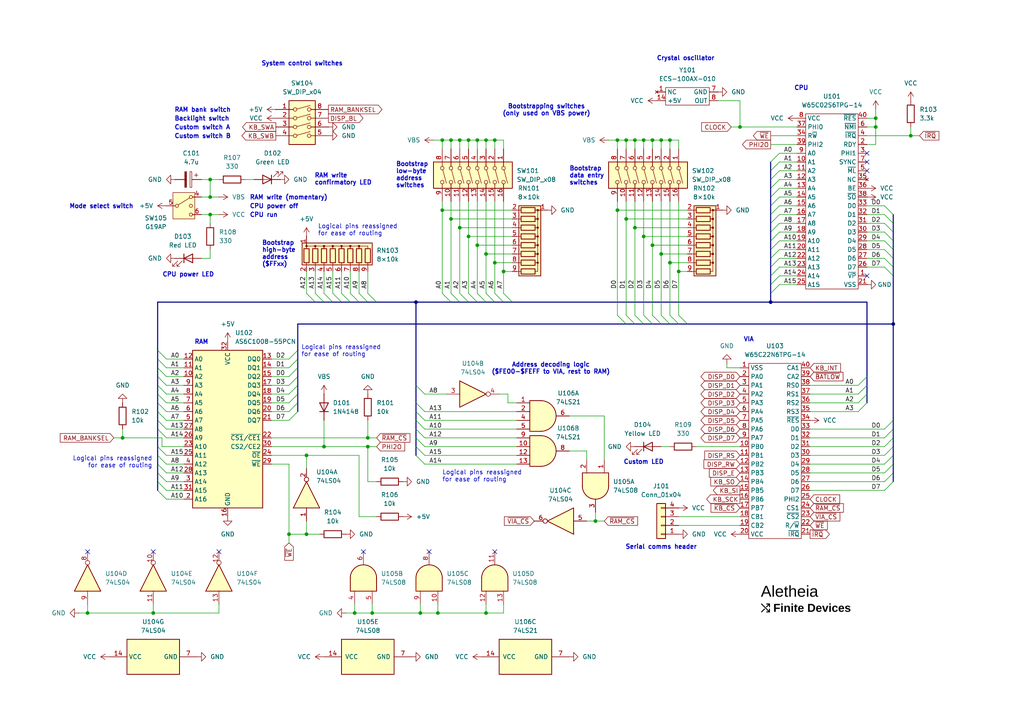
<source format=kicad_sch>
(kicad_sch (version 20250114) (generator "eeschema") (generator_version "9.0")
  (paper "A4")
  (title_block (title "Aletheia") (date "2026-01-15") (rev "1") (company "Finite Devices"))
  (text "Custom switch A" (at 50.546 37.084 0) (effects (font (size 1.27 1.27) (thickness 0.254) (bold yes)) (justify left)))
  (text "RAM" (at 58.42 99.314 0) (effects (font (size 1.27 1.27) (thickness 0.254) (bold yes))))
  (text "CPU" (at 232.41 25.654 0) (effects (font (size 1.27 1.27) (thickness 0.254) (bold yes))))
  (text "CPU run" (at 72.39 62.484 0) (effects (font (size 1.27 1.27) (thickness 0.254) (bold yes)) (justify left)))
  (text "Crystal oscillator" (at 198.882 17.018 0) (effects (font (size 1.27 1.27) (thickness 0.254) (bold yes))))
  (text "RAM write (momentary)" (at 72.39 57.404 0) (effects (font (size 1.27 1.27) (thickness 0.254) (bold yes)) (justify left)))
  (text "Bootstrap\nlow-byte\naddress\nswitches" (at 114.808 50.8 0) (effects (font (size 1.27 1.27) (thickness 0.254) (bold yes)) (justify left)))
  (text "CPU power off" (at 72.39 59.944 0) (effects (font (size 1.27 1.27) (thickness 0.254) (bold yes)) (justify left)))
  (text "Bootstrap\nhigh-byte\naddress\n($FFxx)" (at 75.946 73.66 0) (effects (font (size 1.27 1.27) (thickness 0.254) (bold yes)) (justify left)))
  (text "Bootstrap\ndata entry\nswitches" (at 165.1 51.054 0) (effects (font (size 1.27 1.27) (thickness 0.254) (bold yes)) (justify left)))
  (text "Serial comms header" (at 191.77 158.75 0) (effects (font (size 1.27 1.27) (thickness 0.254) (bold yes))))
  (text "CPU power LED" (at 54.61 79.756 0) (effects (font (size 1.27 1.27) (thickness 0.254) (bold yes))))
  (text "Address decoding logic\n($FE00-$FEFF to VIA, rest to RAM)" (at 159.766 106.934 0) (effects (font (size 1.27 1.27) (thickness 0.254) (bold yes))))
  (text "RAM write\nconfirmatory LED" (at 91.186 52.07 0) (effects (font (size 1.27 1.27) (thickness 0.254) (bold yes)) (justify left)))
  (text "Bootstrapping switches\n(only used on VBS power)" (at 158.496 32.004 0) (effects (font (size 1.27 1.27) (thickness 0.254) (bold yes))))
  (text "Logical pins reassigned\nfor ease of routing" (at 44.196 134.112 0) (effects (font (size 1.27 1.27) (thickness 0.1588)) (justify right)))
  (text "VIA" (at 217.17 98.552 0) (effects (font (size 1.27 1.27) (thickness 0.254) (bold yes))))
  (text "Logical pins reassigned\nfor ease of routing" (at 92.202 66.802 0) (effects (font (size 1.27 1.27) (thickness 0.1588)) (justify left)))
  (text "Mode select switch" (at 20.066 59.944 0) (effects (font (size 1.27 1.27) (thickness 0.254) (bold yes)) (justify left)))
  (text "Logical pins reassigned\nfor ease of routing" (at 128.27 138.176 0) (effects (font (size 1.27 1.27) (thickness 0.1588)) (justify left)))
  (text "Backlight switch" (at 50.546 34.544 0) (effects (font (size 1.27 1.27) (thickness 0.254) (bold yes)) (justify left)))
  (text "RAM bank switch" (at 50.546 32.004 0) (effects (font (size 1.27 1.27) (thickness 0.254) (bold yes)) (justify left)))
  (text "Custom LED" (at 186.69 134.112 0) (effects (font (size 1.27 1.27) (thickness 0.254) (bold yes))))
  (text "Logical pins reassigned\nfor ease of routing" (at 87.376 101.854 0) (effects (font (size 1.27 1.27) (thickness 0.1588)) (justify left)))
  (text "System control switches" (at 87.63 18.542 0) (effects (font (size 1.27 1.27) (thickness 0.254) (bold yes))))
  (text "Custom switch B" (at 50.546 39.624 0) (effects (font (size 1.27 1.27) (thickness 0.254) (bold yes)) (justify left)))
  (junction (at 194.31 76.2))
  (junction (at 83.82 154.94))
  (junction (at 133.35 40.64))
  (junction (at 44.45 177.8))
  (junction (at 107.95 177.8))
  (junction (at 128.27 40.64))
  (junction (at 146.05 78.74))
  (junction (at 184.15 40.64))
  (junction (at 102.87 177.8))
  (junction (at 25.4 177.8))
  (junction (at 35.56 127))
  (junction (at 189.23 71.12))
  (junction (at 186.69 68.58))
  (junction (at 121.92 177.8))
  (junction (at 184.15 66.04))
  (junction (at 194.31 40.64))
  (junction (at 127 177.8))
  (junction (at 143.51 40.64))
  (junction (at 143.51 76.2))
  (junction (at 106.68 129.54))
  (junction (at 191.77 40.64))
  (junction (at 120.65 87.63))
  (junction (at 130.81 40.64))
  (junction (at 214.63 36.83))
  (junction (at 186.69 40.64))
  (junction (at 264.16 39.37))
  (junction (at 138.43 71.12))
  (junction (at 130.81 63.5))
  (junction (at 196.85 78.74))
  (junction (at 106.68 127))
  (junction (at 133.35 66.04))
  (junction (at 254 34.29))
  (junction (at 172.72 151.13))
  (junction (at 140.97 40.64))
  (junction (at 223.52 87.63))
  (junction (at 135.89 40.64))
  (junction (at 181.61 40.64))
  (junction (at 128.27 60.96))
  (junction (at 60.96 52.07))
  (junction (at 181.61 63.5))
  (junction (at 135.89 68.58))
  (junction (at 179.07 60.96))
  (junction (at 140.97 177.8))
  (junction (at 93.98 129.54))
  (junction (at 88.9 132.08))
  (junction (at 179.07 40.64))
  (junction (at 191.77 73.66))
  (junction (at 254 36.83))
  (junction (at 60.96 62.23))
  (junction (at 140.97 73.66))
  (junction (at 259.08 93.98))
  (junction (at 60.96 57.15))
  (junction (at 88.9 154.94))
  (junction (at 138.43 40.64))
  (junction (at 189.23 40.64))
  (no_connect (at 25.4 160.02))
  (no_connect (at 251.46 49.53))
  (no_connect (at 251.46 80.01))
  (no_connect (at 143.51 160.02))
  (no_connect (at 124.46 160.02))
  (no_connect (at 44.45 160.02))
  (no_connect (at 251.46 46.99))
  (no_connect (at 251.46 44.45))
  (no_connect (at 63.5 160.02))
  (no_connect (at 105.41 160.02))
  (bus_entry (at 256.54 124.46) (size 2.54 -2.54))
  (bus_entry (at 256.54 77.47) (size 2.54 2.54))
  (bus_entry (at 135.89 85.09) (size 2.54 2.54))
  (bus_entry (at 48.26 124.46) (size -2.54 -2.54))
  (bus_entry (at 88.9 85.09) (size 2.54 2.54))
  (bus_entry (at 186.69 91.44) (size 2.54 2.54))
  (bus_entry (at 83.82 111.76) (size 2.54 -2.54))
  (bus_entry (at 104.14 85.09) (size 2.54 2.54))
  (bus_entry (at 123.19 119.38) (size -2.54 -2.54))
  (bus_entry (at 140.97 85.09) (size 2.54 2.54))
  (bus_entry (at 226.06 52.07) (size -2.54 2.54))
  (bus_entry (at 256.54 137.16) (size 2.54 -2.54))
  (bus_entry (at 133.35 85.09) (size 2.54 2.54))
  (bus_entry (at 123.19 114.3) (size -2.54 -2.54))
  (bus_entry (at 226.06 54.61) (size -2.54 2.54))
  (bus_entry (at 226.06 82.55) (size -2.54 2.54))
  (bus_entry (at 191.77 91.44) (size 2.54 2.54))
  (bus_entry (at 226.06 49.53) (size -2.54 2.54))
  (bus_entry (at 256.54 62.23) (size 2.54 2.54))
  (bus_entry (at 226.06 64.77) (size -2.54 2.54))
  (bus_entry (at 226.06 46.99) (size -2.54 2.54))
  (bus_entry (at 138.43 85.09) (size 2.54 2.54))
  (bus_entry (at 123.19 132.08) (size -2.54 -2.54))
  (bus_entry (at 83.82 121.92) (size 2.54 -2.54))
  (bus_entry (at 226.06 77.47) (size -2.54 2.54))
  (bus_entry (at 48.26 139.7) (size -2.54 -2.54))
  (bus_entry (at 256.54 74.93) (size 2.54 2.54))
  (bus_entry (at 226.06 80.01) (size -2.54 2.54))
  (bus_entry (at 196.85 91.44) (size 2.54 2.54))
  (bus_entry (at 48.26 144.78) (size -2.54 -2.54))
  (bus_entry (at 256.54 69.85) (size 2.54 2.54))
  (bus_entry (at 123.19 127) (size -2.54 -2.54))
  (bus_entry (at 48.26 121.92) (size -2.54 -2.54))
  (bus_entry (at 96.52 85.09) (size 2.54 2.54))
  (bus_entry (at 83.82 109.22) (size 2.54 -2.54))
  (bus_entry (at 256.54 139.7) (size 2.54 -2.54))
  (bus_entry (at 48.26 134.62) (size -2.54 -2.54))
  (bus_entry (at 130.81 85.09) (size 2.54 2.54))
  (bus_entry (at 184.15 91.44) (size 2.54 2.54))
  (bus_entry (at 48.26 109.22) (size -2.54 -2.54))
  (bus_entry (at 48.26 127) (size -2.54 -2.54))
  (bus_entry (at 256.54 132.08) (size 2.54 -2.54))
  (bus_entry (at 226.06 67.31) (size -2.54 2.54))
  (bus_entry (at 256.54 134.62) (size 2.54 -2.54))
  (bus_entry (at 48.26 106.68) (size -2.54 -2.54))
  (bus_entry (at 189.23 91.44) (size 2.54 2.54))
  (bus_entry (at 123.19 124.46) (size -2.54 -2.54))
  (bus_entry (at 248.92 114.3) (size 2.54 -2.54))
  (bus_entry (at 128.27 85.09) (size 2.54 2.54))
  (bus_entry (at 146.05 85.09) (size 2.54 2.54))
  (bus_entry (at 226.06 72.39) (size -2.54 2.54))
  (bus_entry (at 48.26 104.14) (size -2.54 -2.54))
  (bus_entry (at 48.26 137.16) (size -2.54 -2.54))
  (bus_entry (at 256.54 127) (size 2.54 -2.54))
  (bus_entry (at 256.54 59.69) (size 2.54 2.54))
  (bus_entry (at 106.68 85.09) (size 2.54 2.54))
  (bus_entry (at 181.61 91.44) (size 2.54 2.54))
  (bus_entry (at 226.06 74.93) (size -2.54 2.54))
  (bus_entry (at 83.82 119.38) (size 2.54 -2.54))
  (bus_entry (at 256.54 142.24) (size 2.54 -2.54))
  (bus_entry (at 194.31 91.44) (size 2.54 2.54))
  (bus_entry (at 256.54 129.54) (size 2.54 -2.54))
  (bus_entry (at 256.54 64.77) (size 2.54 2.54))
  (bus_entry (at 48.26 116.84) (size -2.54 -2.54))
  (bus_entry (at 93.98 85.09) (size 2.54 2.54))
  (bus_entry (at 91.44 85.09) (size 2.54 2.54))
  (bus_entry (at 123.19 121.92) (size -2.54 -2.54))
  (bus_entry (at 83.82 114.3) (size 2.54 -2.54))
  (bus_entry (at 48.26 142.24) (size -2.54 -2.54))
  (bus_entry (at 83.82 104.14) (size 2.54 -2.54))
  (bus_entry (at 248.92 116.84) (size 2.54 -2.54))
  (bus_entry (at 123.19 134.62) (size -2.54 -2.54))
  (bus_entry (at 226.06 44.45) (size -2.54 2.54))
  (bus_entry (at 83.82 116.84) (size 2.54 -2.54))
  (bus_entry (at 48.26 111.76) (size -2.54 -2.54))
  (bus_entry (at 48.26 132.08) (size -2.54 -2.54))
  (bus_entry (at 48.26 119.38) (size -2.54 -2.54))
  (bus_entry (at 226.06 59.69) (size -2.54 2.54))
  (bus_entry (at 256.54 67.31) (size 2.54 2.54))
  (bus_entry (at 143.51 85.09) (size 2.54 2.54))
  (bus_entry (at 48.26 114.3) (size -2.54 -2.54))
  (bus_entry (at 226.06 69.85) (size -2.54 2.54))
  (bus_entry (at 256.54 72.39) (size 2.54 2.54))
  (bus_entry (at 248.92 119.38) (size 2.54 -2.54))
  (bus_entry (at 226.06 57.15) (size -2.54 2.54))
  (bus_entry (at 179.07 91.44) (size 2.54 2.54))
  (bus_entry (at 123.19 129.54) (size -2.54 -2.54))
  (bus_entry (at 226.06 62.23) (size -2.54 2.54))
  (bus_entry (at 99.06 85.09) (size 2.54 2.54))
  (bus_entry (at 83.82 106.68) (size 2.54 -2.54))
  (bus_entry (at 248.92 111.76) (size 2.54 -2.54))
  (bus_entry (at 101.6 85.09) (size 2.54 2.54))
  (wire (pts (xy 128.27 40.64) (xy 130.81 40.64)))
  (bus (pts (xy 45.72 116.84) (xy 45.72 119.38)))
  (bus (pts (xy 86.36 104.14) (xy 86.36 106.68)))
  (wire (pts (xy 226.06 52.07) (xy 231.14 52.07)))
  (wire (pts (xy 63.5 177.8) (xy 63.5 175.26)))
  (wire (pts (xy 226.06 77.47) (xy 231.14 77.47)))
  (wire (pts (xy 189.23 40.64) (xy 186.69 40.64)))
  (wire (pts (xy 128.27 43.18) (xy 128.27 40.64)))
  (wire (pts (xy 189.23 58.42) (xy 189.23 71.12)))
  (bus (pts (xy 189.23 93.98) (xy 191.77 93.98)))
  (wire (pts (xy 175.26 120.65) (xy 175.26 133.35)))
  (wire (pts (xy 63.5 62.23) (xy 60.96 62.23)))
  (wire (pts (xy 133.35 40.64) (xy 135.89 40.64)))
  (wire (pts (xy 254 34.29) (xy 251.46 34.29)))
  (wire (pts (xy 78.74 127) (xy 106.68 127)))
  (bus (pts (xy 259.08 129.54) (xy 259.08 132.08)))
  (wire (pts (xy 172.72 151.13) (xy 170.18 151.13)))
  (wire (pts (xy 251.46 69.85) (xy 256.54 69.85)))
  (wire (pts (xy 48.26 144.78) (xy 53.34 144.78)))
  (wire (pts (xy 140.97 40.64) (xy 140.97 43.18)))
  (wire (pts (xy 48.26 116.84) (xy 53.34 116.84)))
  (wire (pts (xy 25.4 175.26) (xy 25.4 177.8)))
  (wire (pts (xy 71.12 52.07) (xy 73.66 52.07)))
  (wire (pts (xy 266.7 39.37) (xy 264.16 39.37)))
  (wire (pts (xy 48.26 137.16) (xy 53.34 137.16)))
  (bus (pts (xy 223.52 52.07) (xy 223.52 54.61)))
  (wire (pts (xy 146.05 78.74) (xy 148.59 78.74)))
  (wire (pts (xy 147.32 116.84) (xy 149.86 116.84)))
  (wire (pts (xy 109.22 139.7) (xy 106.68 139.7)))
  (wire (pts (xy 226.06 72.39) (xy 231.14 72.39)))
  (bus (pts (xy 223.52 54.61) (xy 223.52 57.15)))
  (wire (pts (xy 123.19 119.38) (xy 149.86 119.38)))
  (wire (pts (xy 123.19 129.54) (xy 149.86 129.54)))
  (wire (pts (xy 196.85 78.74) (xy 199.39 78.74)))
  (bus (pts (xy 45.72 114.3) (xy 45.72 116.84)))
  (wire (pts (xy 194.31 58.42) (xy 194.31 76.2)))
  (wire (pts (xy 146.05 40.64) (xy 146.05 43.18)))
  (wire (pts (xy 48.26 106.68) (xy 53.34 106.68)))
  (wire (pts (xy 181.61 40.64) (xy 179.07 40.64)))
  (wire (pts (xy 226.06 44.45) (xy 231.14 44.45)))
  (wire (pts (xy 186.69 58.42) (xy 186.69 68.58)))
  (wire (pts (xy 25.4 177.8) (xy 44.45 177.8)))
  (wire (pts (xy 99.06 85.09) (xy 99.06 78.74)))
  (bus (pts (xy 223.52 85.09) (xy 223.52 87.63)))
  (bus (pts (xy 259.08 134.62) (xy 259.08 137.16)))
  (wire (pts (xy 226.06 62.23) (xy 231.14 62.23)))
  (wire (pts (xy 78.74 129.54) (xy 93.98 129.54)))
  (wire (pts (xy 181.61 58.42) (xy 181.61 63.5)))
  (wire (pts (xy 226.06 64.77) (xy 231.14 64.77)))
  (wire (pts (xy 130.81 40.64) (xy 133.35 40.64)))
  (wire (pts (xy 78.74 132.08) (xy 88.9 132.08)))
  (wire (pts (xy 181.61 40.64) (xy 181.61 43.18)))
  (wire (pts (xy 138.43 40.64) (xy 140.97 40.64)))
  (wire (pts (xy 189.23 71.12) (xy 199.39 71.12)))
  (bus (pts (xy 101.6 87.63) (xy 104.14 87.63)))
  (wire (pts (xy 179.07 40.64) (xy 179.07 43.18)))
  (wire (pts (xy 123.19 121.92) (xy 149.86 121.92)))
  (wire (pts (xy 48.26 139.7) (xy 53.34 139.7)))
  (bus (pts (xy 45.72 121.92) (xy 45.72 124.46)))
  (bus (pts (xy 86.36 114.3) (xy 86.36 116.84)))
  (bus (pts (xy 223.52 62.23) (xy 223.52 64.77)))
  (wire (pts (xy 210.82 106.68) (xy 214.63 106.68)))
  (wire (pts (xy 196.85 40.64) (xy 194.31 40.64)))
  (wire (pts (xy 234.95 119.38) (xy 248.92 119.38)))
  (wire (pts (xy 48.26 114.3) (xy 53.34 114.3)))
  (wire (pts (xy 226.06 82.55) (xy 231.14 82.55)))
  (wire (pts (xy 196.85 149.86) (xy 214.63 149.86)))
  (wire (pts (xy 234.95 137.16) (xy 256.54 137.16)))
  (bus (pts (xy 45.72 109.22) (xy 45.72 111.76)))
  (wire (pts (xy 106.68 129.54) (xy 109.22 129.54)))
  (wire (pts (xy 201.93 129.54) (xy 214.63 129.54)))
  (wire (pts (xy 186.69 68.58) (xy 186.69 91.44)))
  (wire (pts (xy 251.46 62.23) (xy 256.54 62.23)))
  (bus (pts (xy 259.08 124.46) (xy 259.08 127)))
  (wire (pts (xy 104.14 149.86) (xy 109.22 149.86)))
  (wire (pts (xy 83.82 154.94) (xy 88.9 154.94)))
  (wire (pts (xy 133.35 66.04) (xy 148.59 66.04)))
  (bus (pts (xy 181.61 93.98) (xy 184.15 93.98)))
  (wire (pts (xy 146.05 58.42) (xy 146.05 78.74)))
  (wire (pts (xy 48.26 142.24) (xy 53.34 142.24)))
  (bus (pts (xy 86.36 93.98) (xy 181.61 93.98)))
  (bus (pts (xy 223.52 77.47) (xy 223.52 80.01)))
  (bus (pts (xy 259.08 74.93) (xy 259.08 77.47)))
  (wire (pts (xy 140.97 73.66) (xy 148.59 73.66)))
  (bus (pts (xy 45.72 124.46) (xy 45.72 129.54)))
  (wire (pts (xy 135.89 40.64) (xy 138.43 40.64)))
  (wire (pts (xy 138.43 71.12) (xy 148.59 71.12)))
  (bus (pts (xy 143.51 87.63) (xy 146.05 87.63)))
  (bus (pts (xy 223.52 49.53) (xy 223.52 52.07)))
  (bus (pts (xy 45.72 137.16) (xy 45.72 139.7)))
  (wire (pts (xy 78.74 109.22) (xy 83.82 109.22)))
  (bus (pts (xy 259.08 127) (xy 259.08 129.54)))
  (bus (pts (xy 223.52 82.55) (xy 223.52 85.09)))
  (wire (pts (xy 48.26 121.92) (xy 53.34 121.92)))
  (wire (pts (xy 133.35 40.64) (xy 133.35 43.18)))
  (wire (pts (xy 184.15 40.64) (xy 181.61 40.64)))
  (wire (pts (xy 226.06 57.15) (xy 231.14 57.15)))
  (bus (pts (xy 120.65 124.46) (xy 120.65 127)))
  (bus (pts (xy 45.72 139.7) (xy 45.72 142.24)))
  (wire (pts (xy 264.16 36.83) (xy 264.16 39.37)))
  (wire (pts (xy 106.68 121.92) (xy 106.68 127)))
  (wire (pts (xy 88.9 132.08) (xy 104.14 132.08)))
  (wire (pts (xy 194.31 76.2) (xy 194.31 91.44)))
  (bus (pts (xy 259.08 77.47) (xy 259.08 80.01)))
  (bus (pts (xy 259.08 121.92) (xy 259.08 124.46)))
  (bus (pts (xy 86.36 106.68) (xy 86.36 109.22)))
  (wire (pts (xy 48.26 119.38) (xy 53.34 119.38)))
  (wire (pts (xy 234.95 111.76) (xy 248.92 111.76)))
  (wire (pts (xy 194.31 76.2) (xy 199.39 76.2)))
  (wire (pts (xy 123.19 114.3) (xy 129.54 114.3)))
  (wire (pts (xy 78.74 121.92) (xy 83.82 121.92)))
  (bus (pts (xy 86.36 109.22) (xy 86.36 111.76)))
  (wire (pts (xy 96.52 85.09) (xy 96.52 78.74)))
  (bus (pts (xy 259.08 67.31) (xy 259.08 69.85)))
  (wire (pts (xy 208.28 29.21) (xy 214.63 29.21)))
  (bus (pts (xy 223.52 80.01) (xy 223.52 82.55)))
  (wire (pts (xy 127 177.8) (xy 140.97 177.8)))
  (wire (pts (xy 196.85 58.42) (xy 196.85 78.74)))
  (wire (pts (xy 251.46 72.39) (xy 256.54 72.39)))
  (wire (pts (xy 88.9 85.09) (xy 88.9 78.74)))
  (wire (pts (xy 191.77 73.66) (xy 199.39 73.66)))
  (wire (pts (xy 135.89 68.58) (xy 135.89 85.09)))
  (wire (pts (xy 100.33 177.8) (xy 102.87 177.8)))
  (wire (pts (xy 191.77 73.66) (xy 191.77 91.44)))
  (bus (pts (xy 251.46 111.76) (xy 251.46 114.3)))
  (wire (pts (xy 251.46 67.31) (xy 256.54 67.31)))
  (wire (pts (xy 106.68 127) (xy 109.22 127)))
  (bus (pts (xy 120.65 111.76) (xy 120.65 116.84)))
  (bus (pts (xy 45.72 132.08) (xy 45.72 134.62)))
  (wire (pts (xy 48.26 111.76) (xy 53.34 111.76)))
  (wire (pts (xy 121.92 175.26) (xy 121.92 177.8)))
  (wire (pts (xy 226.06 80.01) (xy 231.14 80.01)))
  (wire (pts (xy 138.43 58.42) (xy 138.43 71.12)))
  (wire (pts (xy 140.97 177.8) (xy 146.05 177.8)))
  (wire (pts (xy 184.15 66.04) (xy 199.39 66.04)))
  (bus (pts (xy 86.36 93.98) (xy 86.36 101.6)))
  (bus (pts (xy 91.44 87.63) (xy 93.98 87.63)))
  (wire (pts (xy 226.06 49.53) (xy 231.14 49.53)))
  (bus (pts (xy 223.52 87.63) (xy 251.46 87.63)))
  (wire (pts (xy 144.78 114.3) (xy 147.32 114.3)))
  (bus (pts (xy 86.36 101.6) (xy 86.36 104.14)))
  (wire (pts (xy 123.19 132.08) (xy 149.86 132.08)))
  (wire (pts (xy 35.56 124.46) (xy 35.56 127)))
  (bus (pts (xy 138.43 87.63) (xy 140.97 87.63)))
  (wire (pts (xy 60.96 74.93) (xy 60.96 72.39)))
  (wire (pts (xy 194.31 40.64) (xy 194.31 43.18)))
  (wire (pts (xy 191.77 129.54) (xy 194.31 129.54)))
  (bus (pts (xy 223.52 69.85) (xy 223.52 72.39)))
  (wire (pts (xy 234.95 127) (xy 256.54 127)))
  (bus (pts (xy 96.52 87.63) (xy 99.06 87.63)))
  (wire (pts (xy 184.15 40.64) (xy 184.15 43.18)))
  (wire (pts (xy 251.46 64.77) (xy 256.54 64.77)))
  (bus (pts (xy 86.36 116.84) (xy 86.36 119.38)))
  (bus (pts (xy 135.89 87.63) (xy 138.43 87.63)))
  (wire (pts (xy 143.51 40.64) (xy 143.51 43.18)))
  (bus (pts (xy 259.08 64.77) (xy 259.08 67.31)))
  (wire (pts (xy 48.26 124.46) (xy 53.34 124.46)))
  (bus (pts (xy 45.72 87.63) (xy 45.72 101.6)))
  (bus (pts (xy 223.52 46.99) (xy 223.52 49.53)))
  (wire (pts (xy 181.61 63.5) (xy 199.39 63.5)))
  (wire (pts (xy 93.98 129.54) (xy 106.68 129.54)))
  (wire (pts (xy 91.44 85.09) (xy 91.44 78.74)))
  (wire (pts (xy 234.95 116.84) (xy 248.92 116.84)))
  (wire (pts (xy 165.1 130.81) (xy 170.18 130.81)))
  (wire (pts (xy 130.81 63.5) (xy 148.59 63.5)))
  (wire (pts (xy 181.61 63.5) (xy 181.61 91.44)))
  (wire (pts (xy 165.1 120.65) (xy 175.26 120.65)))
  (wire (pts (xy 83.82 157.48) (xy 83.82 154.94)))
  (wire (pts (xy 48.26 104.14) (xy 53.34 104.14)))
  (wire (pts (xy 223.52 41.91) (xy 231.14 41.91)))
  (wire (pts (xy 123.19 127) (xy 149.86 127)))
  (wire (pts (xy 44.45 177.8) (xy 63.5 177.8)))
  (bus (pts (xy 259.08 72.39) (xy 259.08 74.93)))
  (bus (pts (xy 120.65 87.63) (xy 120.65 111.76)))
  (wire (pts (xy 191.77 40.64) (xy 191.77 43.18)))
  (wire (pts (xy 128.27 58.42) (xy 128.27 60.96)))
  (wire (pts (xy 78.74 114.3) (xy 83.82 114.3)))
  (wire (pts (xy 226.06 54.61) (xy 231.14 54.61)))
  (wire (pts (xy 83.82 134.62) (xy 83.82 154.94)))
  (bus (pts (xy 251.46 87.63) (xy 251.46 109.22)))
  (wire (pts (xy 186.69 68.58) (xy 199.39 68.58)))
  (wire (pts (xy 104.14 85.09) (xy 104.14 78.74)))
  (wire (pts (xy 189.23 40.64) (xy 189.23 43.18)))
  (wire (pts (xy 191.77 40.64) (xy 189.23 40.64)))
  (bus (pts (xy 196.85 93.98) (xy 199.39 93.98)))
  (bus (pts (xy 140.97 87.63) (xy 143.51 87.63)))
  (wire (pts (xy 189.23 71.12) (xy 189.23 91.44)))
  (wire (pts (xy 102.87 177.8) (xy 107.95 177.8)))
  (wire (pts (xy 179.07 60.96) (xy 199.39 60.96)))
  (wire (pts (xy 138.43 71.12) (xy 138.43 85.09)))
  (wire (pts (xy 214.63 29.21) (xy 214.63 36.83)))
  (wire (pts (xy 143.51 58.42) (xy 143.51 76.2)))
  (bus (pts (xy 194.31 93.98) (xy 196.85 93.98)))
  (wire (pts (xy 83.82 134.62) (xy 78.74 134.62)))
  (wire (pts (xy 78.74 116.84) (xy 83.82 116.84)))
  (wire (pts (xy 128.27 60.96) (xy 128.27 85.09)))
  (wire (pts (xy 107.95 177.8) (xy 121.92 177.8)))
  (wire (pts (xy 60.96 57.15) (xy 58.42 57.15)))
  (wire (pts (xy 143.51 76.2) (xy 143.51 85.09)))
  (wire (pts (xy 194.31 40.64) (xy 191.77 40.64)))
  (wire (pts (xy 146.05 175.26) (xy 146.05 177.8)))
  (wire (pts (xy 223.52 39.37) (xy 231.14 39.37)))
  (wire (pts (xy 60.96 52.07) (xy 63.5 52.07)))
  (wire (pts (xy 210.82 106.68) (xy 210.82 105.41)))
  (wire (pts (xy 106.68 129.54) (xy 106.68 139.7)))
  (wire (pts (xy 125.73 40.64) (xy 128.27 40.64)))
  (wire (pts (xy 226.06 46.99) (xy 231.14 46.99)))
  (wire (pts (xy 143.51 76.2) (xy 148.59 76.2)))
  (wire (pts (xy 234.95 132.08) (xy 256.54 132.08)))
  (wire (pts (xy 191.77 58.42) (xy 191.77 73.66)))
  (bus (pts (xy 223.52 59.69) (xy 223.52 62.23)))
  (wire (pts (xy 46.99 129.54) (xy 53.34 129.54)))
  (bus (pts (xy 93.98 87.63) (xy 96.52 87.63)))
  (bus (pts (xy 259.08 137.16) (xy 259.08 139.7)))
  (wire (pts (xy 226.06 69.85) (xy 231.14 69.85)))
  (wire (pts (xy 107.95 175.26) (xy 107.95 177.8)))
  (wire (pts (xy 254 36.83) (xy 251.46 36.83)))
  (wire (pts (xy 170.18 130.81) (xy 170.18 133.35)))
  (wire (pts (xy 176.53 40.64) (xy 179.07 40.64)))
  (wire (pts (xy 214.63 36.83) (xy 231.14 36.83)))
  (wire (pts (xy 140.97 58.42) (xy 140.97 73.66)))
  (wire (pts (xy 48.26 127) (xy 53.34 127)))
  (bus (pts (xy 259.08 80.01) (xy 259.08 93.98)))
  (bus (pts (xy 106.68 87.63) (xy 109.22 87.63)))
  (wire (pts (xy 48.26 132.08) (xy 53.34 132.08)))
  (bus (pts (xy 223.52 67.31) (xy 223.52 69.85)))
  (bus (pts (xy 109.22 87.63) (xy 120.65 87.63)))
  (wire (pts (xy 196.85 152.4) (xy 214.63 152.4)))
  (wire (pts (xy 186.69 40.64) (xy 184.15 40.64)))
  (wire (pts (xy 78.74 111.76) (xy 83.82 111.76)))
  (wire (pts (xy 140.97 73.66) (xy 140.97 85.09)))
  (bus (pts (xy 251.46 109.22) (xy 251.46 111.76)))
  (bus (pts (xy 251.46 114.3) (xy 251.46 116.84)))
  (wire (pts (xy 88.9 154.94) (xy 92.71 154.94)))
  (wire (pts (xy 135.89 58.42) (xy 135.89 68.58)))
  (wire (pts (xy 196.85 43.18) (xy 196.85 40.64)))
  (bus (pts (xy 259.08 69.85) (xy 259.08 72.39)))
  (wire (pts (xy 251.46 59.69) (xy 256.54 59.69)))
  (wire (pts (xy 33.02 127) (xy 35.56 127)))
  (wire (pts (xy 234.95 129.54) (xy 256.54 129.54)))
  (bus (pts (xy 45.72 87.63) (xy 91.44 87.63)))
  (bus (pts (xy 148.59 87.63) (xy 223.52 87.63)))
  (wire (pts (xy 102.87 177.8) (xy 102.87 175.26)))
  (bus (pts (xy 120.65 119.38) (xy 120.65 121.92)))
  (wire (pts (xy 184.15 58.42) (xy 184.15 66.04)))
  (wire (pts (xy 143.51 40.64) (xy 146.05 40.64)))
  (wire (pts (xy 78.74 106.68) (xy 83.82 106.68)))
  (wire (pts (xy 146.05 78.74) (xy 146.05 85.09)))
  (wire (pts (xy 140.97 175.26) (xy 140.97 177.8)))
  (wire (pts (xy 226.06 59.69) (xy 231.14 59.69)))
  (wire (pts (xy 133.35 66.04) (xy 133.35 85.09)))
  (wire (pts (xy 140.97 40.64) (xy 143.51 40.64)))
  (bus (pts (xy 120.65 129.54) (xy 120.65 132.08)))
  (wire (pts (xy 22.86 177.8) (xy 25.4 177.8)))
  (bus (pts (xy 45.72 111.76) (xy 45.72 114.3)))
  (bus (pts (xy 45.72 106.68) (xy 45.72 109.22)))
  (wire (pts (xy 130.81 58.42) (xy 130.81 63.5)))
  (bus (pts (xy 259.08 62.23) (xy 259.08 64.77)))
  (wire (pts (xy 58.42 52.07) (xy 60.96 52.07)))
  (bus (pts (xy 45.72 119.38) (xy 45.72 121.92)))
  (wire (pts (xy 186.69 40.64) (xy 186.69 43.18)))
  (bus (pts (xy 259.08 132.08) (xy 259.08 134.62)))
  (wire (pts (xy 254 34.29) (xy 254 36.83)))
  (bus (pts (xy 45.72 101.6) (xy 45.72 104.14)))
  (wire (pts (xy 234.95 134.62) (xy 256.54 134.62)))
  (bus (pts (xy 45.72 104.14) (xy 45.72 106.68)))
  (bus (pts (xy 45.72 129.54) (xy 45.72 132.08)))
  (bus (pts (xy 120.65 116.84) (xy 120.65 119.38)))
  (bus (pts (xy 223.52 57.15) (xy 223.52 59.69)))
  (wire (pts (xy 48.26 134.62) (xy 53.34 134.62)))
  (wire (pts (xy 121.92 177.8) (xy 127 177.8)))
  (wire (pts (xy 254 36.83) (xy 254 41.91)))
  (wire (pts (xy 179.07 58.42) (xy 179.07 60.96)))
  (wire (pts (xy 179.07 60.96) (xy 179.07 91.44)))
  (wire (pts (xy 60.96 62.23) (xy 58.42 62.23)))
  (wire (pts (xy 123.19 124.46) (xy 149.86 124.46)))
  (wire (pts (xy 175.26 151.13) (xy 172.72 151.13)))
  (bus (pts (xy 191.77 93.98) (xy 194.31 93.98)))
  (bus (pts (xy 45.72 134.62) (xy 45.72 137.16)))
  (bus (pts (xy 259.08 93.98) (xy 259.08 121.92)))
  (wire (pts (xy 251.46 74.93) (xy 256.54 74.93)))
  (bus (pts (xy 223.52 64.77) (xy 223.52 67.31)))
  (wire (pts (xy 127 175.26) (xy 127 177.8)))
  (wire (pts (xy 58.42 74.93) (xy 60.96 74.93)))
  (wire (pts (xy 88.9 154.94) (xy 88.9 151.13)))
  (bus (pts (xy 199.39 93.98) (xy 259.08 93.98)))
  (wire (pts (xy 104.14 132.08) (xy 104.14 149.86)))
  (wire (pts (xy 135.89 68.58) (xy 148.59 68.58)))
  (wire (pts (xy 88.9 132.08) (xy 88.9 135.89)))
  (wire (pts (xy 46.99 127) (xy 46.99 129.54)))
  (wire (pts (xy 226.06 74.93) (xy 231.14 74.93)))
  (wire (pts (xy 101.6 85.09) (xy 101.6 78.74)))
  (bus (pts (xy 223.52 74.93) (xy 223.52 77.47)))
  (wire (pts (xy 93.98 85.09) (xy 93.98 78.74)))
  (wire (pts (xy 172.72 148.59) (xy 172.72 151.13)))
  (wire (pts (xy 234.95 124.46) (xy 256.54 124.46)))
  (bus (pts (xy 120.65 121.92) (xy 120.65 124.46)))
  (bus (pts (xy 104.14 87.63) (xy 106.68 87.63)))
  (wire (pts (xy 63.5 57.15) (xy 60.96 57.15)))
  (wire (pts (xy 128.27 60.96) (xy 148.59 60.96)))
  (wire (pts (xy 251.46 77.47) (xy 256.54 77.47)))
  (bus (pts (xy 146.05 87.63) (xy 148.59 87.63)))
  (wire (pts (xy 234.95 114.3) (xy 248.92 114.3)))
  (bus (pts (xy 186.69 93.98) (xy 189.23 93.98)))
  (bus (pts (xy 120.65 87.63) (xy 130.81 87.63)))
  (wire (pts (xy 212.09 36.83) (xy 214.63 36.83)))
  (bus (pts (xy 184.15 93.98) (xy 186.69 93.98)))
  (wire (pts (xy 60.96 52.07) (xy 60.96 57.15)))
  (wire (pts (xy 78.74 104.14) (xy 83.82 104.14)))
  (wire (pts (xy 35.56 127) (xy 46.99 127)))
  (wire (pts (xy 130.81 40.64) (xy 130.81 43.18)))
  (bus (pts (xy 120.65 127) (xy 120.65 129.54)))
  (wire (pts (xy 264.16 39.37) (xy 251.46 39.37)))
  (bus (pts (xy 130.81 87.63) (xy 133.35 87.63)))
  (wire (pts (xy 133.35 58.42) (xy 133.35 66.04)))
  (wire (pts (xy 48.26 109.22) (xy 53.34 109.22)))
  (bus (pts (xy 86.36 111.76) (xy 86.36 114.3)))
  (wire (pts (xy 93.98 121.92) (xy 93.98 129.54)))
  (bus (pts (xy 99.06 87.63) (xy 101.6 87.63)))
  (wire (pts (xy 60.96 62.23) (xy 60.96 64.77)))
  (wire (pts (xy 254 31.75) (xy 254 34.29)))
  (wire (pts (xy 135.89 40.64) (xy 135.89 43.18)))
  (wire (pts (xy 196.85 78.74) (xy 196.85 91.44)))
  (wire (pts (xy 123.19 134.62) (xy 149.86 134.62)))
  (wire (pts (xy 234.95 142.24) (xy 256.54 142.24)))
  (wire (pts (xy 234.95 139.7) (xy 256.54 139.7)))
  (wire (pts (xy 106.68 85.09) (xy 106.68 78.74)))
  (wire (pts (xy 78.74 119.38) (xy 83.82 119.38)))
  (wire (pts (xy 184.15 66.04) (xy 184.15 91.44)))
  (bus (pts (xy 223.52 72.39) (xy 223.52 74.93)))
  (bus (pts (xy 133.35 87.63) (xy 135.89 87.63)))
  (wire (pts (xy 251.46 41.91) (xy 254 41.91)))
  (wire (pts (xy 147.32 114.3) (xy 147.32 116.84)))
  (wire (pts (xy 226.06 67.31) (xy 231.14 67.31)))
  (wire (pts (xy 138.43 40.64) (xy 138.43 43.18)))
  (wire (pts (xy 44.45 175.26) (xy 44.45 177.8)))
  (wire (pts (xy 130.81 63.5) (xy 130.81 85.09)))
  (image (at 233.68 173.6598) (scale 1.18398))
  (label "A3" (at 247.65 119.38 180))
  (label "A2" (at 133.35 83.82 90))
  (label "A8" (at 227.33 64.77 0))
  (label "D7" (at 80.01 121.92 0))
  (label "A6" (at 227.33 59.69 0))
  (label "D4" (at 80.01 114.3 0))
  (label "D6" (at 252.73 74.93 0))
  (label "A14" (at 227.33 80.01 0))
  (label "D5" (at 252.73 72.39 0))
  (label "A2" (at 227.33 49.53 0))
  (label "A5" (at 140.97 83.82 90))
  (label "A11" (at 49.53 142.24 0))
  (label "D7" (at 196.85 83.82 90))
  (label "A14" (at 124.46 134.62 0))
  (label "D1" (at 181.61 83.82 90))
  (label "A1" (at 227.33 46.99 0))
  (label "A12" (at 49.53 137.16 0))
  (label "D0" (at 252.73 124.46 0))
  (label "D4" (at 252.73 134.62 0))
  (label "D0" (at 179.07 83.82 90))
  (label "A15" (at 96.52 83.82 90))
  (label "D3" (at 186.69 83.82 90))
  (label "D0" (at 80.01 109.22 0))
  (label "D3" (at 80.01 111.76 0))
  (label "D0" (at 252.73 59.69 0))
  (label "A10" (at 124.46 124.46 0))
  (label "A7" (at 146.05 83.82 90))
  (label "A0" (at 49.53 104.14 0))
  (label "A3" (at 49.53 111.76 0))
  (label "A14" (at 93.98 83.82 90))
  (label "A0" (at 227.33 44.45 0))
  (label "A9" (at 227.33 67.31 0))
  (label "A8" (at 106.68 83.82 90))
  (label "A8" (at 49.53 134.62 0))
  (label "A10" (at 101.6 83.82 90))
  (label "A0" (at 128.27 83.82 90))
  (label "D1" (at 252.73 127 0))
  (label "D4" (at 252.73 69.85 0))
  (label "A2" (at 247.65 116.84 180))
  (label "A6" (at 143.51 83.82 90))
  (label "A1" (at 49.53 106.68 0))
  (label "A7" (at 227.33 62.23 0))
  (label "A8" (at 124.46 114.3 0))
  (label "A13" (at 124.46 119.38 0))
  (label "D7" (at 252.73 77.47 0))
  (label "D5" (at 80.01 116.84 0))
  (label "A9" (at 124.46 129.54 0))
  (label "A10" (at 49.53 144.78 0))
  (label "A15" (at 124.46 132.08 0))
  (label "D3" (at 252.73 132.08 0))
  (label "A4" (at 227.33 54.61 0))
  (label "A1" (at 247.65 114.3 180))
  (label "A12" (at 88.9 83.82 90))
  (label "D1" (at 80.01 106.68 0))
  (label "A13" (at 49.53 124.46 0))
  (label "A4" (at 138.43 83.82 90))
  (label "A6" (at 49.53 119.38 0))
  (label "D1" (at 252.73 62.23 0))
  (label "A15" (at 227.33 82.55 0))
  (label "D2" (at 252.73 64.77 0))
  (label "D6" (at 80.01 119.38 0))
  (label "A11" (at 227.33 72.39 0))
  (label "D7" (at 252.73 142.24 0))
  (label "A0" (at 247.65 111.76 180))
  (label "A13" (at 91.44 83.82 90))
  (label "A3" (at 135.89 83.82 90))
  (label "D5" (at 252.73 137.16 0))
  (label "A2" (at 49.53 109.22 0))
  (label "A11" (at 99.06 83.82 90))
  (label "A14" (at 49.53 127 0))
  (label "A7" (at 49.53 121.92 0))
  (label "D2" (at 184.15 83.82 90))
  (label "A5" (at 49.53 116.84 0))
  (label "A10" (at 227.33 69.85 0))
  (label "A15" (at 49.53 132.08 0))
  (label "D2" (at 80.01 104.14 0))
  (label "A9" (at 49.53 139.7 0))
  (label "D3" (at 252.73 67.31 0))
  (label "A12" (at 124.46 127 0))
  (label "D6" (at 252.73 139.7 0))
  (label "D4" (at 189.23 83.82 90))
  (label "D6" (at 194.31 83.82 90))
  (label "A12" (at 227.33 74.93 0))
  (label "A5" (at 227.33 57.15 0))
  (label "D2" (at 252.73 129.54 0))
  (label "A3" (at 227.33 52.07 0))
  (label "D5" (at 191.77 83.82 90))
  (label "A13" (at 227.33 77.47 0))
  (label "A4" (at 49.53 114.3 0))
  (label "A9" (at 104.14 83.82 90))
  (label "A11" (at 124.46 121.92 0))
  (label "A1" (at 130.81 83.82 90))
  (global_label "~{VIA_CS}" (shape input) (at 234.95 149.86 0) (property "Intersheetrefs" "${INTERSHEET_REFS}" (effects (hide yes))))
  (global_label "~{IRQ}" (shape input) (at 266.7 39.37 0) (property "Intersheetrefs" "${INTERSHEET_REFS}" (effects (hide yes))))
  (global_label "DISP_D5" (shape tri_state) (at 214.63 121.92 180) (property "Intersheetrefs" "${INTERSHEET_REFS}" (effects (hide yes))))
  (global_label "~{RAM_CS}" (shape input) (at 175.26 151.13 0) (property "Intersheetrefs" "${INTERSHEET_REFS}" (effects (hide yes))))
  (global_label "CLOCK" (shape input) (at 234.95 144.78 0) (property "Intersheetrefs" "${INTERSHEET_REFS}" (effects (hide yes))))
  (global_label "RAM_BANKSEL" (shape input) (at 33.02 127 180) (property "Intersheetrefs" "${INTERSHEET_REFS}" (effects (hide yes))))
  (global_label "KB_SO" (shape input) (at 214.63 139.7 180) (property "Intersheetrefs" "${INTERSHEET_REFS}" (effects (hide yes))))
  (global_label "DISP_D3" (shape tri_state) (at 214.63 116.84 180) (property "Intersheetrefs" "${INTERSHEET_REFS}" (effects (hide yes))))
  (global_label "RAM_BANKSEL" (shape output) (at 95.25 31.75 0) (property "Intersheetrefs" "${INTERSHEET_REFS}" (effects (hide yes))))
  (global_label "~{BATLOW}" (shape input) (at 234.95 109.22 0) (effects (font (thickness 0.1588))) (property "Intersheetrefs" "${INTERSHEET_REFS}" (effects (hide yes))))
  (global_label "PHI2O" (shape input) (at 109.22 129.54 0) (property "Intersheetrefs" "${INTERSHEET_REFS}" (effects (hide yes))))
  (global_label "DISP_BL" (shape output) (at 95.25 34.29 0) (property "Intersheetrefs" "${INTERSHEET_REFS}" (effects (hide yes))))
  (global_label "~{RAM_CS}" (shape input) (at 234.95 147.32 0) (property "Intersheetrefs" "${INTERSHEET_REFS}" (effects (hide yes))))
  (global_label "DISP_D2" (shape tri_state) (at 214.63 114.3 180) (property "Intersheetrefs" "${INTERSHEET_REFS}" (effects (hide yes))))
  (global_label "~{IRQ}" (shape output) (at 234.95 154.94 0) (property "Intersheetrefs" "${INTERSHEET_REFS}" (effects (hide yes))))
  (global_label "~{WE}" (shape input) (at 234.95 152.4 0) (property "Intersheetrefs" "${INTERSHEET_REFS}" (effects (hide yes))))
  (global_label "KB_INT" (shape input) (at 234.95 106.68 0) (effects (font (thickness 0.1588))) (property "Intersheetrefs" "${INTERSHEET_REFS}" (effects (hide yes))))
  (global_label "KB_SWB" (shape output) (at 80.01 39.37 180) (property "Intersheetrefs" "${INTERSHEET_REFS}" (effects (hide yes))))
  (global_label "DISP_RW" (shape input) (at 214.63 134.62 180) (property "Intersheetrefs" "${INTERSHEET_REFS}" (effects (hide yes))))
  (global_label "DISP_E" (shape input) (at 214.63 137.16 180) (property "Intersheetrefs" "${INTERSHEET_REFS}" (effects (hide yes))))
  (global_label "~{VIA_CS}" (shape input) (at 154.94 151.13 180) (property "Intersheetrefs" "${INTERSHEET_REFS}" (effects (hide yes))))
  (global_label "PHI2O" (shape output) (at 223.52 41.91 180) (property "Intersheetrefs" "${INTERSHEET_REFS}" (effects (hide yes))))
  (global_label "DISP_D1" (shape tri_state) (at 214.63 111.76 180) (property "Intersheetrefs" "${INTERSHEET_REFS}" (effects (hide yes))))
  (global_label "DISP_D7" (shape tri_state) (at 214.63 127 180) (property "Intersheetrefs" "${INTERSHEET_REFS}" (effects (hide yes))))
  (global_label "~{KB_CS}" (shape input) (at 214.63 147.32 180) (property "Intersheetrefs" "${INTERSHEET_REFS}" (effects (hide yes))))
  (global_label "~{RAM_CS}" (shape input) (at 109.22 127 0) (property "Intersheetrefs" "${INTERSHEET_REFS}" (effects (hide yes))))
  (global_label "DISP_RS" (shape input) (at 214.63 132.08 180) (property "Intersheetrefs" "${INTERSHEET_REFS}" (effects (hide yes))))
  (global_label "KB_SCK" (shape output) (at 214.63 144.78 180) (property "Intersheetrefs" "${INTERSHEET_REFS}" (effects (hide yes))))
  (global_label "CLOCK" (shape input) (at 212.09 36.83 180) (property "Intersheetrefs" "${INTERSHEET_REFS}" (effects (hide yes))))
  (global_label "~{WE}" (shape input) (at 83.82 157.48 270) (property "Intersheetrefs" "${INTERSHEET_REFS}" (effects (hide yes))))
  (global_label "KB_SWA" (shape output) (at 80.01 36.83 180) (property "Intersheetrefs" "${INTERSHEET_REFS}" (effects (hide yes))))
  (global_label "DISP_D6" (shape tri_state) (at 214.63 124.46 180) (property "Intersheetrefs" "${INTERSHEET_REFS}" (effects (hide yes))))
  (global_label "KB_SI" (shape output) (at 214.63 142.24 180) (property "Intersheetrefs" "${INTERSHEET_REFS}" (effects (hide yes))))
  (global_label "DISP_D4" (shape tri_state) (at 214.63 119.38 180) (property "Intersheetrefs" "${INTERSHEET_REFS}" (effects (hide yes))))
  (global_label "DISP_D0" (shape tri_state) (at 214.63 109.22 180) (property "Intersheetrefs" "${INTERSHEET_REFS}" (effects (hide yes))))
  (global_label "~{WE}" (shape output) (at 223.52 39.37 180) (property "Intersheetrefs" "${INTERSHEET_REFS}" (effects (hide yes))))
  (symbol (lib_id "74xx:74LS21") (at 157.48 120.65 0) (unit 1)
    (property "Reference" "U106" (at 164.846 114.046 0))
    (property "Value" "74LS21" (at 164.846 116.586 0))
    (property "Footprint" "Package_DIP:DIP-14_W7.62mm" (effects (hide yes)))
    (property "Datasheet" "http://www.ti.com/lit/gpn/sn74LS21" (effects (hide yes)))
    (property "Description" "Dual 4-input AND" (effects (hide yes)))
  )
  (symbol (lib_id "Device:R") (at 96.52 154.94 90) (unit 1)
    (property "Reference" "R104" (at 96.52 148.59 90))
    (property "Value" "10k" (at 96.52 151.13 90))
    (property "Footprint" "Resistor_THT:R_Axial_DIN0207_L6.3mm_D2.5mm_P7.62mm_Horizontal" (effects (hide yes)))
    (property "Description" "Resistor" (effects (hide yes)))
  )
  (symbol (lib_id "Device:R") (at 67.31 52.07 90) (unit 1)
    (property "Reference" "R107" (at 67.31 45.72 90))
    (property "Value" "330" (at 67.31 48.26 90))
    (property "Footprint" "Resistor_THT:R_Axial_DIN0207_L6.3mm_D2.5mm_P7.62mm_Horizontal" (effects (hide yes)))
    (property "Description" "Resistor" (effects (hide yes)))
  )
  (symbol (lib_id "74xx:74LS08") (at 143.51 167.64 90) (unit 4)
    (property "Reference" "U105" (at 148.59 166.3782 90) (effects (justify right)))
    (property "Value" "74LS08" (at 148.59 168.9182 90) (effects (justify right)))
    (property "Footprint" "Package_DIP:DIP-14_W7.62mm" (effects (hide yes)))
    (property "Datasheet" "http://www.ti.com/lit/gpn/sn74LS08" (effects (hide yes)))
    (property "Description" "Quad And2" (effects (hide yes)))
  )
  (symbol (lib_id "power:VCC") (at 93.98 114.3 0) (unit 1)
    (property "Reference" "#PWR0110" (effects (hide yes)))
    (property "Value" "VBS" (at 93.98 109.22 0))
    (property "Description" "Power symbol creates a global label with name \"VCC\"" (effects (hide yes)))
  )
  (symbol (lib_id "power:VCC") (at 93.98 190.5 90) (unit 1)
    (property "Reference" "#PWR0118" (effects (hide yes)))
    (property "Value" "VCC" (at 90.17 190.4999 90) (effects (justify left)))
    (property "Description" "Power symbol creates a global label with name \"VCC\"" (effects (hide yes)))
  )
  (symbol (lib_id "Memory_RAM:AS6C1008-xxP") (at 66.04 124.46 0) (unit 1)
    (property "Reference" "U102" (at 68.1833 96.52 0) (effects (justify left)))
    (property "Value" "AS6C1008-55PCN" (at 68.1833 99.06 0) (effects (justify left)))
    (property "Footprint" "Package_DIP:DIP-32_W15.24mm" (effects (hide yes)))
    (property "Datasheet" "https://www.alliancememory.com/wp-content/uploads/pdf/AS6C1008_Mar_2023V1.2.pdf" (effects (hide yes)))
    (property "Description" "1-Mbit (128K X 8-bit) Low Power CMOS SRAM, single 2.7V ~ 5.5V power supply, 55ns, DIP-32" (effects (hide yes)))
  )
  (symbol (lib_id "Device:R_Network08") (at 204.47 71.12 270) (unit 1)
    (property "Reference" "RN102" (at 204.216 54.61 90))
    (property "Value" "8×10k" (at 204.216 57.15 90))
    (property "Footprint" "Resistor_THT:R_Array_SIP9" (effects (hide yes)))
    (property "Datasheet" "http://www.vishay.com/docs/31509/csc.pdf" (effects (hide yes)))
    (property "Description" "8 resistor network, star topology, bussed resistors, small symbol" (effects (hide yes)))
  )
  (symbol (lib_id "74xx:74LS04") (at 137.16 114.3 0) (unit 2)
    (property "Reference" "U104" (at 137.16 105.41 0))
    (property "Value" "74LS04" (at 137.16 107.95 0))
    (property "Footprint" "Package_DIP:DIP-14_W7.62mm" (effects (hide yes)))
    (property "Datasheet" "http://www.ti.com/lit/gpn/sn74LS04" (effects (hide yes)))
    (property "Description" "Hex Inverter" (effects (hide yes)))
  )
  (symbol (lib_id "power:GND") (at 35.56 116.84 180) (unit 1)
    (property "Reference" "#PWR0133" (effects (hide yes)))
    (property "Value" "GND" (at 35.56 111.76 0))
    (property "Description" "Power symbol creates a global label with name \"GND\" , ground" (effects (hide yes)))
  )
  (symbol (lib_id "power:GND") (at 210.82 105.41 180) (unit 1)
    (property "Reference" "#PWR0113" (effects (hide yes)))
    (property "Value" "GND" (at 210.82 100.33 0))
    (property "Description" "Power symbol creates a global label with name \"GND\" , ground" (effects (hide yes)))
  )
  (symbol (lib_id "power:VCC") (at 190.5 29.21 90) (unit 1)
    (property "Reference" "#PWR0136" (effects (hide yes)))
    (property "Value" "VCC" (at 186.69 29.2099 90) (effects (justify left)))
    (property "Description" "Power symbol creates a global label with name \"VCC\"" (effects (hide yes)))
  )
  (symbol (lib_id "74xx:74LS08") (at 172.72 140.97 270) (unit 1)
    (property "Reference" "U105" (at 177.8 139.6916 90) (effects (justify left)))
    (property "Value" "74LS08" (at 177.8 142.2316 90) (effects (justify left)))
    (property "Footprint" "Package_DIP:DIP-14_W7.62mm" (effects (hide yes)))
    (property "Datasheet" "http://www.ti.com/lit/gpn/sn74LS08" (effects (hide yes)))
    (property "Description" "Quad And2" (effects (hide yes)))
  )
  (symbol (lib_id "power:GND") (at 50.8 52.07 270) (unit 1)
    (property "Reference" "#PWR0130" (effects (hide yes)))
    (property "Value" "GND" (at 46.99 52.0699 90) (effects (justify right)))
    (property "Description" "Power symbol creates a global label with name \"GND\" , ground" (effects (hide yes)))
  )
  (symbol (lib_id "power:GND") (at 50.8 74.93 270) (unit 1)
    (property "Reference" "#PWR0141" (effects (hide yes)))
    (property "Value" "GND" (at 46.99 74.9299 90) (effects (justify right)))
    (property "Description" "Power symbol creates a global label with name \"GND\" , ground" (effects (hide yes)))
  )
  (symbol (lib_id "power:GND") (at 95.25 39.37 90) (mirror x) (unit 1)
    (property "Reference" "#PWR0139" (effects (hide yes)))
    (property "Value" "GND" (at 99.06 39.3699 90) (effects (justify right)))
    (property "Description" "Power symbol creates a global label with name \"GND\" , ground" (effects (hide yes)))
  )
  (symbol (lib_id "74xx:74LS21") (at 152.4 190.5 90) (unit 3)
    (property "Reference" "U106" (at 152.4 180.34 90))
    (property "Value" "74LS21" (at 152.4 182.88 90))
    (property "Footprint" "Package_DIP:DIP-14_W7.62mm" (effects (hide yes)))
    (property "Datasheet" "http://www.ti.com/lit/gpn/sn74LS21" (effects (hide yes)))
    (property "Description" "Dual 4-input AND" (effects (hide yes)))
  )
  (symbol (lib_id "power:+5V") (at 88.9 68.58 0) (unit 1)
    (property "Reference" "#PWR0105" (effects (hide yes)))
    (property "Value" "+5V" (at 88.9 63.5 0))
    (property "Description" "Power symbol creates a global label with name \"+5V\"" (effects (hide yes)))
  )
  (symbol (lib_id "power:VCC") (at 264.16 29.21 0) (unit 1)
    (property "Reference" "#PWR0109" (effects (hide yes)))
    (property "Value" "VCC" (at 264.16 24.13 0))
    (property "Description" "Power symbol creates a global label with name \"VCC\"" (effects (hide yes)))
  )
  (symbol (lib_id "74xx:74LS08") (at 106.68 190.5 90) (unit 5)
    (property "Reference" "U105" (at 106.68 180.34 90))
    (property "Value" "74LS08" (at 106.68 182.88 90))
    (property "Footprint" "Package_DIP:DIP-14_W7.62mm" (effects (hide yes)))
    (property "Datasheet" "http://www.ti.com/lit/gpn/sn74LS08" (effects (hide yes)))
    (property "Description" "Quad And2" (effects (hide yes)))
  )
  (symbol (lib_id "power:VCC") (at 63.5 62.23 270) (mirror x) (unit 1)
    (property "Reference" "#PWR0104" (effects (hide yes)))
    (property "Value" "VCC" (at 67.31 62.2301 90) (effects (justify left)))
    (property "Description" "Power symbol creates a global label with name \"VCC\"" (effects (hide yes)))
  )
  (symbol (lib_id "74xx:74LS04") (at 162.56 151.13 180) (unit 3)
    (property "Reference" "U104" (at 162.56 142.24 0))
    (property "Value" "74LS04" (at 162.56 144.78 0))
    (property "Footprint" "Package_DIP:DIP-14_W7.62mm" (effects (hide yes)))
    (property "Datasheet" "http://www.ti.com/lit/gpn/sn74LS04" (effects (hide yes)))
    (property "Description" "Hex Inverter" (effects (hide yes)))
  )
  (symbol (lib_id "power:VCC") (at 125.73 40.64 90) (unit 1)
    (property "Reference" "#PWR0125" (effects (hide yes)))
    (property "Value" "VBS" (at 121.92 40.6399 90) (effects (justify left)))
    (property "Description" "Power symbol creates a global label with name \"VCC\"" (effects (hide yes)))
  )
  (symbol (lib_id "Connector_Generic:Conn_01x04") (at 191.77 152.4 180) (unit 1)
    (property "Reference" "J101" (at 191.77 140.97 0))
    (property "Value" "Conn_01x04" (at 191.77 143.51 0))
    (property "Footprint" "Connector_PinHeader_2.54mm:PinHeader_1x04_P2.54mm_Vertical" (effects (hide yes)))
    (property "Description" "Generic connector, single row, 01x04, script generated (kicad-library-utils/schlib/autogen/connector/)" (effects (hide yes)))
  )
  (symbol (lib_id "power:+5V") (at 80.01 34.29 90) (unit 1)
    (property "Reference" "#PWR0137" (effects (hide yes)))
    (property "Value" "VCC" (at 76.2 34.2899 90) (effects (justify left)))
    (property "Description" "Power symbol creates a global label with name \"+5V\"" (effects (hide yes)))
  )
  (symbol (lib_id "74xx:74LS04") (at 44.45 190.5 90) (unit 7)
    (property "Reference" "U104" (at 44.45 180.34 90))
    (property "Value" "74LS04" (at 44.45 182.88 90))
    (property "Footprint" "Package_DIP:DIP-14_W7.62mm" (effects (hide yes)))
    (property "Datasheet" "http://www.ti.com/lit/gpn/sn74LS04" (effects (hide yes)))
    (property "Description" "Hex Inverter" (effects (hide yes)))
  )
  (symbol (lib_id "74xx:74LS08") (at 105.41 167.64 90) (unit 2)
    (property "Reference" "U105" (at 110.49 166.3782 90) (effects (justify right)))
    (property "Value" "74LS08" (at 110.49 168.9182 90) (effects (justify right)))
    (property "Footprint" "Package_DIP:DIP-14_W7.62mm" (effects (hide yes)))
    (property "Datasheet" "http://www.ti.com/lit/gpn/sn74LS08" (effects (hide yes)))
    (property "Description" "Quad And2" (effects (hide yes)))
  )
  (symbol (lib_id "74xx:74LS21") (at 157.48 130.81 0) (unit 2)
    (property "Reference" "U106" (at 164.846 124.206 0))
    (property "Value" "74LS21" (at 164.846 126.746 0))
    (property "Footprint" "Package_DIP:DIP-14_W7.62mm" (effects (hide yes)))
    (property "Datasheet" "http://www.ti.com/lit/gpn/sn74LS21" (effects (hide yes)))
    (property "Description" "Dual 4-input AND" (effects (hide yes)))
  )
  (symbol (lib_id "Device:C_Polarized") (at 54.61 52.07 270) (unit 1)
    (property "Reference" "C101" (at 55.499 44.45 90))
    (property "Value" "4.7u" (at 55.499 46.99 90))
    (property "Footprint" "Capacitor_THT:CP_Radial_D5.0mm_P2.00mm" (effects (hide yes)))
    (property "Description" "Polarized capacitor" (effects (hide yes)))
  )
  (symbol (lib_id "power:VCC") (at 31.75 190.5 90) (unit 1)
    (property "Reference" "#PWR0116" (effects (hide yes)))
    (property "Value" "VCC" (at 27.94 190.4999 90) (effects (justify left)))
    (property "Description" "Power symbol creates a global label with name \"VCC\"" (effects (hide yes)))
  )
  (symbol (lib_id "Device:LED") (at 77.47 52.07 180) (unit 1)
    (property "Reference" "D102" (at 79.0575 44.45 0))
    (property "Value" "Green LED" (at 79.0575 46.99 0))
    (property "Footprint" "LED_THT:LED_D5.0mm" (effects (hide yes)))
    (property "Description" "Light emitting diode" (effects (hide yes)))
    (property "Sim.Pins" "1=K 2=A" (effects (hide yes)))
  )
  (symbol (lib_id "Device:R") (at 113.03 139.7 90) (unit 1)
    (property "Reference" "R105" (at 113.03 133.35 90))
    (property "Value" "10k" (at 113.03 135.89 90))
    (property "Footprint" "Resistor_THT:R_Axial_DIN0207_L6.3mm_D2.5mm_P7.62mm_Horizontal" (effects (hide yes)))
    (property "Description" "Resistor" (effects (hide yes)))
  )
  (symbol (lib_id "Device:R") (at 113.03 149.86 90) (unit 1)
    (property "Reference" "R106" (at 113.03 143.51 90))
    (property "Value" "10k" (at 113.03 146.05 90))
    (property "Footprint" "Resistor_THT:R_Axial_DIN0207_L6.3mm_D2.5mm_P7.62mm_Horizontal" (effects (hide yes)))
    (property "Description" "Resistor" (effects (hide yes)))
  )
  (symbol (lib_id "power:VCC") (at 196.85 147.32 270) (unit 1)
    (property "Reference" "#PWR0144" (effects (hide yes)))
    (property "Value" "VCC" (at 200.66 147.3199 90) (effects (justify left)))
    (property "Description" "Power symbol creates a global label with name \"VCC\"" (effects (hide yes)))
  )
  (symbol (lib_id "power:VCC") (at 176.53 40.64 90) (unit 1)
    (property "Reference" "#PWR0126" (effects (hide yes)))
    (property "Value" "VBS" (at 172.72 40.6399 90) (effects (justify left)))
    (property "Description" "Power symbol creates a global label with name \"VCC\"" (effects (hide yes)))
  )
  (symbol (lib_id "Components:65C22") (at 224.79 129.54 0) (unit 1)
    (property "Reference" "U103" (at 224.79 100.33 0))
    (property "Value" "W65C22N6TPG-14" (at 224.79 102.87 0))
    (property "Footprint" "Package_DIP:DIP-40_W15.24mm" (effects (hide yes)))
  )
  (symbol (lib_id "Switch:SW_DIP_x08") (at 135.89 50.8 270) (unit 1)
    (property "Reference" "SW101" (at 149.86 49.5299 90) (effects (justify left)))
    (property "Value" "SW_DIP_x08" (at 149.86 52.0699 90) (effects (justify left)))
    (property "Footprint" "Button_Switch_THT:SW_DIP_SPSTx08_Slide_9.78x22.5mm_W7.62mm_P2.54mm" (effects (hide yes)))
    (property "Description" "8x DIP Switch, Single Pole Single Throw (SPST) switch, small symbol" (effects (hide yes)))
  )
  (symbol (lib_id "Diode:1N4148") (at 93.98 118.11 90) (unit 1)
    (property "Reference" "D101" (at 96.52 116.8399 90) (effects (justify right)))
    (property "Value" "1N4148" (at 96.52 119.3799 90) (effects (justify right)))
    (property "Footprint" "Diode_THT:D_DO-35_SOD27_P7.62mm_Horizontal" (effects (hide yes)))
    (property "Datasheet" "https://assets.nexperia.com/documents/data-sheet/1N4148_1N4448.pdf" (effects (hide yes)))
    (property "Description" "100V 0.15A standard switching diode, DO-35" (effects (hide yes)))
    (property "Sim.Device" "D" (effects (hide yes)))
    (property "Sim.Pins" "1=K 2=A" (effects (hide yes)))
  )
  (symbol (lib_id "power:GND") (at 100.33 177.8 270) (unit 1)
    (property "Reference" "#PWR0120" (effects (hide yes)))
    (property "Value" "GND" (at 96.52 177.7999 90) (effects (justify right)))
    (property "Description" "Power symbol creates a global label with name \"GND\" , ground" (effects (hide yes)))
  )
  (symbol (lib_id "74xx:74LS04") (at 25.4 167.64 90) (unit 4)
    (property "Reference" "U104" (at 30.48 166.3699 90) (effects (justify right)))
    (property "Value" "74LS04" (at 30.48 168.9099 90) (effects (justify right)))
    (property "Footprint" "Package_DIP:DIP-14_W7.62mm" (effects (hide yes)))
    (property "Datasheet" "http://www.ti.com/lit/gpn/sn74LS04" (effects (hide yes)))
    (property "Description" "Hex Inverter" (effects (hide yes)))
  )
  (symbol (lib_id "power:GND") (at 209.55 60.96 90) (unit 1)
    (property "Reference" "#PWR0128" (effects (hide yes)))
    (property "Value" "GND" (at 213.36 60.9599 90) (effects (justify right)))
    (property "Description" "Power symbol creates a global label with name \"GND\" , ground" (effects (hide yes)))
  )
  (symbol (lib_id "Device:R_Network08") (at 153.67 71.12 270) (unit 1)
    (property "Reference" "RN101" (at 153.416 54.61 90))
    (property "Value" "8×10k" (at 153.416 57.15 90))
    (property "Footprint" "Resistor_THT:R_Array_SIP9" (effects (hide yes)))
    (property "Datasheet" "http://www.vishay.com/docs/31509/csc.pdf" (effects (hide yes)))
    (property "Description" "8 resistor network, star topology, bussed resistors, small symbol" (effects (hide yes)))
  )
  (symbol (lib_id "Device:R") (at 106.68 118.11 0) (unit 1)
    (property "Reference" "R101" (at 109.22 116.8399 0) (effects (justify left)))
    (property "Value" "10k" (at 109.22 119.3799 0) (effects (justify left)))
    (property "Footprint" "Resistor_THT:R_Axial_DIN0207_L6.3mm_D2.5mm_P7.62mm_Horizontal" (effects (hide yes)))
    (property "Description" "Resistor" (effects (hide yes)))
  )
  (symbol (lib_id "Switch:SW_DIP_x04") (at 87.63 36.83 0) (unit 1)
    (property "Reference" "SW104" (at 87.63 24.13 0))
    (property "Value" "SW_DIP_x04" (at 87.63 26.67 0))
    (property "Footprint" "Button_Switch_THT:SW_DIP_SPSTx04_Slide_9.78x12.34mm_W7.62mm_P2.54mm" (effects (hide yes)))
    (property "Description" "4x DIP Switch, Single Pole Single Throw (SPST) switch, small symbol" (effects (hide yes)))
  )
  (symbol (lib_id "Switch:SW_DIP_x08") (at 186.69 50.8 270) (unit 1)
    (property "Reference" "SW102" (at 200.66 49.5299 90) (effects (justify left)))
    (property "Value" "SW_DIP_x08" (at 200.66 52.0699 90) (effects (justify left)))
    (property "Footprint" "Button_Switch_THT:SW_DIP_SPSTx08_Slide_9.78x22.5mm_W7.62mm_P2.54mm" (effects (hide yes)))
    (property "Description" "8x DIP Switch, Single Pole Single Throw (SPST) switch, small symbol" (effects (hide yes)))
  )
  (symbol (lib_id "74xx:74LS04") (at 88.9 143.51 90) (unit 1)
    (property "Reference" "U104" (at 91.694 136.906 90) (effects (justify right)))
    (property "Value" "74LS04" (at 91.694 139.446 90) (effects (justify right)))
    (property "Footprint" "Package_DIP:DIP-14_W7.62mm" (effects (hide yes)))
    (property "Datasheet" "http://www.ti.com/lit/gpn/sn74LS04" (effects (hide yes)))
    (property "Description" "Hex Inverter" (effects (hide yes)))
  )
  (symbol (lib_id "Device:R") (at 264.16 33.02 180) (unit 1)
    (property "Reference" "R103" (at 266.7 31.7499 0) (effects (justify right)))
    (property "Value" "3.3k" (at 266.7 34.2899 0) (effects (justify right)))
    (property "Footprint" "Resistor_THT:R_Axial_DIN0207_L6.3mm_D2.5mm_P7.62mm_Horizontal" (effects (hide yes)))
    (property "Description" "Resistor" (effects (hide yes)))
  )
  (symbol (lib_id "power:VCC") (at 251.46 57.15 270) (unit 1)
    (property "Reference" "#PWR0111" (effects (hide yes)))
    (property "Value" "VCC" (at 255.27 57.1499 90) (effects (justify left)))
    (property "Description" "Power symbol creates a global label with name \"VCC\"" (effects (hide yes)))
  )
  (symbol (lib_id "74xx:74LS04") (at 44.45 167.64 90) (unit 5)
    (property "Reference" "U104" (at 49.53 166.3699 90) (effects (justify right)))
    (property "Value" "74LS04" (at 49.53 168.9099 90) (effects (justify right)))
    (property "Footprint" "Package_DIP:DIP-14_W7.62mm" (effects (hide yes)))
    (property "Datasheet" "http://www.ti.com/lit/gpn/sn74LS04" (effects (hide yes)))
    (property "Description" "Hex Inverter" (effects (hide yes)))
  )
  (symbol (lib_id "power:GND") (at 184.15 129.54 270) (unit 1)
    (property "Reference" "#PWR0142" (effects (hide yes)))
    (property "Value" "GND" (at 180.34 129.5399 90) (effects (justify right)))
    (property "Description" "Power symbol creates a global label with name \"GND\" , ground" (effects (hide yes)))
  )
  (symbol (lib_id "Device:R_Network08") (at 99.06 73.66 0) (unit 1)
    (property "Reference" "RN103" (at 109.22 72.6439 0) (effects (justify left)))
    (property "Value" "8×10k" (at 109.22 75.1839 0) (effects (justify left)))
    (property "Footprint" "Resistor_THT:R_Array_SIP9" (effects (hide yes)))
    (property "Datasheet" "http://www.vishay.com/docs/31509/csc.pdf" (effects (hide yes)))
    (property "Description" "8 resistor network, star topology, bussed resistors, small symbol" (effects (hide yes)))
  )
  (symbol (lib_id "Device:R") (at 35.56 120.65 180) (unit 1)
    (property "Reference" "R102" (at 38.1 119.3799 0) (effects (justify right)))
    (property "Value" "10k" (at 38.1 121.9199 0) (effects (justify right)))
    (property "Footprint" "Resistor_THT:R_Axial_DIN0207_L6.3mm_D2.5mm_P7.62mm_Horizontal" (effects (hide yes)))
    (property "Description" "Resistor" (effects (hide yes)))
  )
  (symbol (lib_id "power:VCC") (at 63.5 57.15 270) (mirror x) (unit 1)
    (property "Reference" "#PWR0127" (effects (hide yes)))
    (property "Value" "VBS" (at 67.31 57.1501 90) (effects (justify left)))
    (property "Description" "Power symbol creates a global label with name \"VCC\"" (effects (hide yes)))
  )
  (symbol (lib_id "74xx:74LS08") (at 124.46 167.64 90) (unit 3)
    (property "Reference" "U105" (at 129.54 166.3782 90) (effects (justify right)))
    (property "Value" "74LS08" (at 129.54 168.9182 90) (effects (justify right)))
    (property "Footprint" "Package_DIP:DIP-14_W7.62mm" (effects (hide yes)))
    (property "Datasheet" "http://www.ti.com/lit/gpn/sn74LS08" (effects (hide yes)))
    (property "Description" "Quad And2" (effects (hide yes)))
  )
  (symbol (lib_id "power:GND") (at 116.84 139.7 90) (unit 1)
    (property "Reference" "#PWR0135" (effects (hide yes)))
    (property "Value" "GND" (at 120.65 139.6999 90) (effects (justify right)))
    (property "Description" "Power symbol creates a global label with name \"GND\" , ground" (effects (hide yes)))
  )
  (symbol (lib_id "power:VCC") (at 251.46 54.61 270) (unit 1)
    (property "Reference" "#PWR0132" (effects (hide yes)))
    (property "Value" "VCC" (at 255.27 54.6099 90) (effects (justify left)))
    (property "Description" "Power symbol creates a global label with name \"VCC\"" (effects (hide yes)))
  )
  (symbol (lib_id "power:GND") (at 100.33 154.94 90) (unit 1)
    (property "Reference" "#PWR0107" (effects (hide yes)))
    (property "Value" "GND" (at 104.14 154.9399 90) (effects (justify right)))
    (property "Description" "Power symbol creates a global label with name \"GND\" , ground" (effects (hide yes)))
  )
  (symbol (lib_id "Components:65C02") (at 241.3 58.42 0) (unit 1)
    (property "Reference" "U101" (at 241.3 27.94 0))
    (property "Value" "W65C02S6TPG-14" (at 241.3 30.48 0))
    (property "Footprint" "Package_DIP:DIP-40_W15.24mm_LongPads" (effects (hide yes)))
    (property "Description" "W65C02S6TPG-14 microcontroller unit" (effects (hide yes)))
  )
  (symbol (lib_id "power:GND") (at 106.68 114.3 180) (unit 1)
    (property "Reference" "#PWR0131" (effects (hide yes)))
    (property "Value" "GND" (at 106.68 109.22 0))
    (property "Description" "Power symbol creates a global label with name \"GND\" , ground" (effects (hide yes)))
  )
  (symbol (lib_id "power:GND") (at 22.86 177.8 270) (unit 1)
    (property "Reference" "#PWR0115" (effects (hide yes)))
    (property "Value" "GND" (at 19.05 177.7999 90) (effects (justify right)))
    (property "Description" "Power symbol creates a global label with name \"GND\" , ground" (effects (hide yes)))
  )
  (symbol (lib_id "power:VCC") (at 139.7 190.5 90) (unit 1)
    (property "Reference" "#PWR0121" (effects (hide yes)))
    (property "Value" "VCC" (at 135.89 190.4999 90) (effects (justify left)))
    (property "Description" "Power symbol creates a global label with name \"VCC\"" (effects (hide yes)))
  )
  (symbol (lib_id "power:GND") (at 196.85 154.94 90) (unit 1)
    (property "Reference" "#PWR0143" (effects (hide yes)))
    (property "Value" "GND" (at 200.66 154.9399 90) (effects (justify right)))
    (property "Description" "Power symbol creates a global label with name \"GND\" , ground" (effects (hide yes)))
  )
  (symbol (lib_id "power:GND") (at 95.25 36.83 90) (mirror x) (unit 1)
    (property "Reference" "#PWR0138" (effects (hide yes)))
    (property "Value" "GND" (at 99.06 36.8299 90) (effects (justify right)))
    (property "Description" "Power symbol creates a global label with name \"GND\" , ground" (effects (hide yes)))
  )
  (symbol (lib_id "power:+5V") (at 48.26 59.69 90) (unit 1)
    (property "Reference" "#PWR0103" (effects (hide yes)))
    (property "Value" "+5V" (at 44.45 59.6899 90) (effects (justify left)))
    (property "Description" "Power symbol creates a global label with name \"+5V\"" (effects (hide yes)))
  )
  (symbol (lib_id "74xx:74LS04") (at 63.5 167.64 90) (unit 6)
    (property "Reference" "U104" (at 68.58 166.3699 90) (effects (justify right)))
    (property "Value" "74LS04" (at 68.58 168.9099 90) (effects (justify right)))
    (property "Footprint" "Package_DIP:DIP-14_W7.62mm" (effects (hide yes)))
    (property "Datasheet" "http://www.ti.com/lit/gpn/sn74LS04" (effects (hide yes)))
    (property "Description" "Hex Inverter" (effects (hide yes)))
  )
  (symbol (lib_id "power:GND") (at 57.15 190.5 90) (unit 1)
    (property "Reference" "#PWR0117" (effects (hide yes)))
    (property "Value" "GND" (at 60.96 190.4999 90) (effects (justify right)))
    (property "Description" "Power symbol creates a global label with name \"GND\" , ground" (effects (hide yes)))
  )
  (symbol (lib_id "power:GND") (at 66.04 149.86 0) (unit 1)
    (property "Reference" "#PWR0106" (effects (hide yes)))
    (property "Value" "GND" (at 66.04 154.94 0))
    (property "Description" "Power symbol creates a global label with name \"GND\" , ground" (effects (hide yes)))
  )
  (symbol (lib_id "power:GND") (at 251.46 82.55 90) (unit 1)
    (property "Reference" "#PWR0102" (effects (hide yes)))
    (property "Value" "GND" (at 254.508 82.55 90) (effects (justify right)))
    (property "Description" "Power symbol creates a global label with name \"GND\" , ground" (effects (hide yes)))
  )
  (symbol (lib_id "power:+5V") (at 80.01 31.75 90) (unit 1)
    (property "Reference" "#PWR0124" (effects (hide yes)))
    (property "Value" "+5V" (at 76.2 31.7499 90) (effects (justify left)))
    (property "Description" "Power symbol creates a global label with name \"+5V\"" (effects (hide yes)))
  )
  (symbol (lib_id "Device:LED") (at 54.61 74.93 0) (unit 1)
    (property "Reference" "D103" (at 53.0225 68.58 0))
    (property "Value" "Red LED" (at 53.0225 71.12 0))
    (property "Footprint" "LED_THT:LED_D5.0mm" (effects (hide yes)))
    (property "Description" "Light emitting diode" (effects (hide yes)))
    (property "Sim.Pins" "1=K 2=A" (effects (hide yes)))
  )
  (symbol (lib_id "power:+5V") (at 66.04 99.06 0) (unit 1)
    (property "Reference" "#PWR0112" (effects (hide yes)))
    (property "Value" "+5V" (at 66.04 93.98 0))
    (property "Description" "Power symbol creates a global label with name \"+5V\"" (effects (hide yes)))
  )
  (symbol (lib_id "power:VCC") (at 214.63 154.94 90) (unit 1)
    (property "Reference" "#PWR0114" (effects (hide yes)))
    (property "Value" "VCC" (at 210.82 154.9399 90) (effects (justify left)))
    (property "Description" "Power symbol creates a global label with name \"VCC\"" (effects (hide yes)))
  )
  (symbol (lib_id "power:VCC") (at 254 31.75 0) (unit 1)
    (property "Reference" "#PWR0134" (effects (hide yes)))
    (property "Value" "VCC" (at 254 26.67 0))
    (property "Description" "Power symbol creates a global label with name \"VCC\"" (effects (hide yes)))
  )
  (symbol (lib_id "Switch:SW_SPDT_MSM") (at 53.34 59.69 0) (unit 1)
    (property "Reference" "SW105" (at 45.212 63.246 0))
    (property "Value" "G19AP" (at 45.212 65.786 0))
    (property "Footprint" "Components:G19AP" (effects (hide yes)))
    (property "Description" "Switch, single pole double throw, center OFF position" (effects (hide yes)))
  )
  (symbol (lib_id "Device:LED") (at 187.96 129.54 0) (unit 1)
    (property "Reference" "D104" (at 186.3725 123.19 0))
    (property "Value" "Yellow LED" (at 186.3725 125.73 0))
    (property "Footprint" "LED_THT:LED_D5.0mm" (effects (hide yes)))
    (property "Description" "Light emitting diode" (effects (hide yes)))
    (property "Sim.Pins" "1=K 2=A" (effects (hide yes)))
  )
  (symbol (lib_id "power:VCC") (at 231.14 34.29 90) (unit 1)
    (property "Reference" "#PWR0101" (effects (hide yes)))
    (property "Value" "VCC" (at 227.33 34.2899 90) (effects (justify left)))
    (property "Description" "Power symbol creates a global label with name \"VCC\"" (effects (hide yes)))
  )
  (symbol (lib_id "Components:ECS-100AX-010") (at 193.04 25.4 0) (unit 1)
    (property "Reference" "Y101" (at 199.39 20.32 0))
    (property "Value" "ECS-100AX-010" (at 199.39 22.86 0))
    (property "Footprint" "Components:ECS-100AX-010" (effects (hide yes)))
  )
  (symbol (lib_id "power:VCC") (at 234.95 121.92 270) (unit 1)
    (property "Reference" "#PWR0145" (effects (hide yes)))
    (property "Value" "VCC" (at 238.76 121.9199 90) (effects (justify left)))
    (property "Description" "Power symbol creates a global label with name \"VCC\"" (effects (hide yes)))
  )
  (symbol (lib_id "power:GND") (at 208.28 26.67 90) (unit 1)
    (property "Reference" "#PWR0123" (effects (hide yes)))
    (property "Value" "GND" (at 212.09 26.6699 90) (effects (justify right)))
    (property "Description" "Power symbol creates a global label with name \"GND\" , ground" (effects (hide yes)))
  )
  (symbol (lib_id "power:GND") (at 158.75 60.96 90) (unit 1)
    (property "Reference" "#PWR0129" (effects (hide yes)))
    (property "Value" "GND" (at 162.56 60.9599 90) (effects (justify right)))
    (property "Description" "Power symbol creates a global label with name \"GND\" , ground" (effects (hide yes)))
  )
  (symbol (lib_id "power:GND") (at 119.38 190.5 90) (unit 1)
    (property "Reference" "#PWR0119" (effects (hide yes)))
    (property "Value" "GND" (at 123.19 190.4999 90) (effects (justify right)))
    (property "Description" "Power symbol creates a global label with name \"GND\" , ground" (effects (hide yes)))
  )
  (symbol (lib_id "Device:R") (at 60.96 68.58 180) (unit 1)
    (property "Reference" "R108" (at 63.5 67.3099 0) (effects (justify right)))
    (property "Value" "330" (at 63.5 69.8499 0) (effects (justify right)))
    (property "Footprint" "Resistor_THT:R_Axial_DIN0207_L6.3mm_D2.5mm_P7.62mm_Horizontal" (effects (hide yes)))
    (property "Description" "Resistor" (effects (hide yes)))
  )
  (symbol (lib_id "power:+5V") (at 116.84 149.86 270) (unit 1)
    (property "Reference" "#PWR0108" (effects (hide yes)))
    (property "Value" "+5V" (at 120.65 149.8599 90) (effects (justify left)))
    (property "Description" "Power symbol creates a global label with name \"+5V\"" (effects (hide yes)))
  )
  (symbol (lib_id "power:GND") (at 81.28 52.07 90) (unit 1)
    (property "Reference" "#PWR0140" (effects (hide yes)))
    (property "Value" "GND" (at 85.09 52.0699 90) (effects (justify right)))
    (property "Description" "Power symbol creates a global label with name \"GND\" , ground" (effects (hide yes)))
  )
  (symbol (lib_id "Device:R") (at 198.12 129.54 90) (unit 1)
    (property "Reference" "R109" (at 198.12 123.19 90))
    (property "Value" "330" (at 198.12 125.73 90))
    (property "Footprint" "Resistor_THT:R_Axial_DIN0207_L6.3mm_D2.5mm_P7.62mm_Horizontal" (effects (hide yes)))
    (property "Description" "Resistor" (effects (hide yes)))
  )
  (symbol (lib_id "power:GND") (at 165.1 190.5 90) (unit 1)
    (property "Reference" "#PWR0122" (effects (hide yes)))
    (property "Value" "GND" (at 168.91 190.4999 90) (effects (justify right)))
    (property "Description" "Power symbol creates a global label with name \"GND\" , ground" (effects (hide yes)))
  )
  (sheet (at -38.1 12.7) (size 12.7 6.35) (stroke (width 0.1524))
    (property "Sheetname" "Power" (at -38.1 11.9884 0) (effects (justify left bottom)))
    (property "Sheetfile" "Power.kicad_sch" (at -38.1 19.6346 0) (effects (justify left top)))
  )
  (sheet (at -38.1 25.4) (size 12.7 6.35) (stroke (width 0.1524))
    (property "Sheetname" "Keyboard and Display" (at -38.1 24.6884 0) (effects (justify left bottom)))
    (property "Sheetfile" "KeyboardAndDisplay.kicad_sch" (at -38.1 32.3346 0) (effects (justify left top)))
  )
)
</source>
